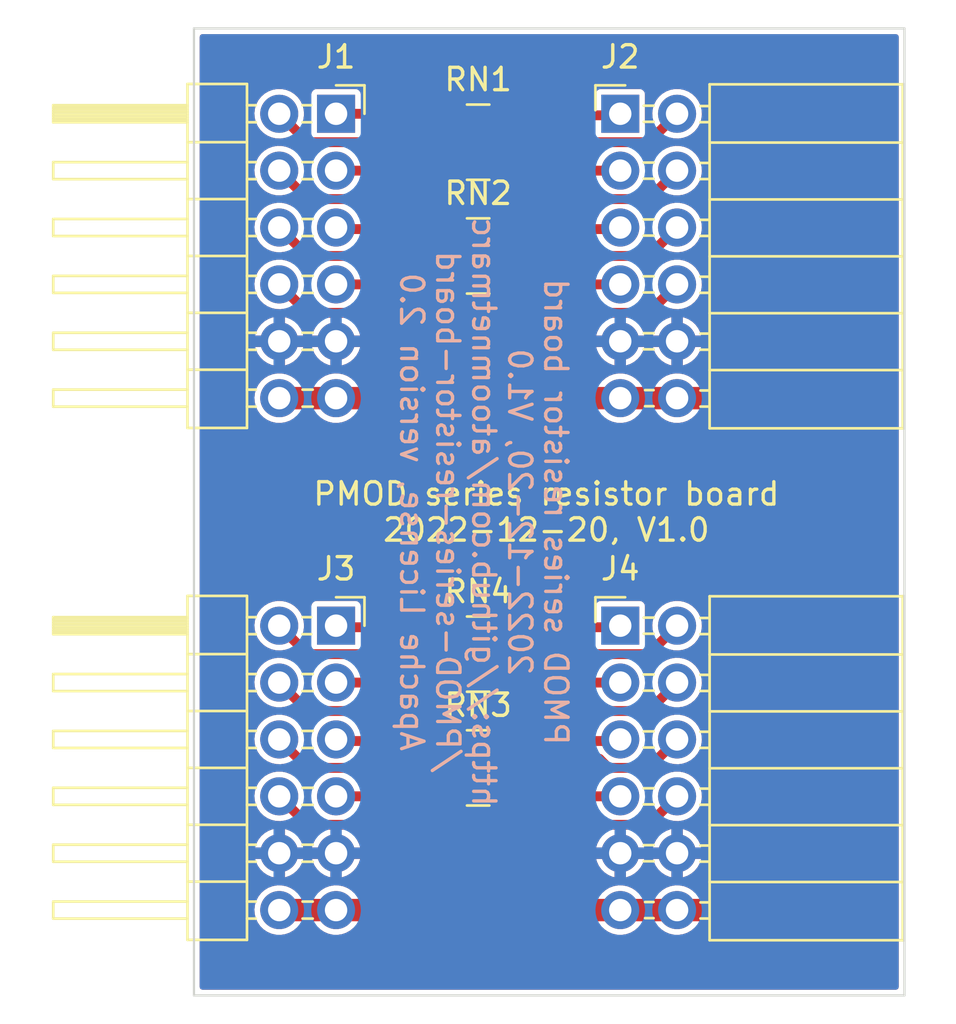
<source format=kicad_pcb>
(kicad_pcb (version 20211014) (generator pcbnew)
  (title_block (title "PMOD series resistor board") (date "2022-12-20") (rev "V1.0") (company "https://github.com/atoomnetmarc/PMOD-series-resistor-board"))
  (layers (0 "F.Cu" signal) (31 "B.Cu" signal) (34 "B.Paste" user) (35 "F.Paste" user) (36 "B.SilkS" user "B.Silkscreen") (37 "F.SilkS" user "F.Silkscreen") (38 "B.Mask" user) (39 "F.Mask" user) (44 "Edge.Cuts" user))
  (net 0 "")
  (net 1 "GND")
  (net 2 "VCC")
  (net 3 "Net-(J2-Pad1)")
  (net 4 "Net-(J1-Pad1)")
  (net 5 "Net-(RN1-Pad3)")
  (net 6 "Net-(J2-Pad2)")
  (net 7 "Net-(RN1-Pad4)")
  (net 8 "Net-(RN1-Pad5)")
  (net 9 "Net-(RN1-Pad2)")
  (net 10 "Net-(RN1-Pad7)")
  (net 11 "Net-(RN2-Pad1)")
  (net 12 "Net-(J2-Pad3)")
  (net 13 "Net-(RN2-Pad2)")
  (net 14 "Net-(J2-Pad9)")
  (net 15 "Net-(RN2-Pad3)")
  (net 16 "Net-(J2-Pad4)")
  (net 17 "Net-(RN2-Pad4)")
  (net 18 "Net-(J2-Pad10)")
  (net 19 "Net-(J3-Pad1)")
  (net 20 "Net-(J3-Pad2)")
  (net 21 "Net-(J3-Pad3)")
  (net 22 "Net-(J3-Pad4)")
  (net 23 "Net-(J3-Pad7)")
  (net 24 "Net-(J3-Pad8)")
  (net 25 "Net-(J3-Pad9)")
  (net 26 "Net-(J3-Pad10)")
  (net 27 "Net-(J4-Pad1)")
  (net 28 "Net-(J4-Pad2)")
  (net 29 "Net-(J4-Pad3)")
  (net 30 "Net-(J4-Pad4)")
  (net 31 "Net-(J4-Pad7)")
  (net 32 "Net-(J4-Pad8)")
  (net 33 "Net-(RN3-Pad7)")
  (net 34 "Net-(RN3-Pad5)")
  (footprint "Connector_PinHeader_2.54mm-extra:PinHeader_2x06_P2.54mm_Horizontal_Top_Bottom" (layer "F.Cu") (at 175.26 109.22)
    (fp_text reference "J1" (at 0 -2.54) (layer "F.SilkS"))
    (fp_text value "Conn_02x06_Top_Bottom")
    (fp_line (start -1.042929 8) (end -1.497071 8) (layer "F.SilkS") (width 0.12))
    (fp_line (start -12.64 5.46) (end -6.64 5.46) (layer "F.SilkS") (width 0.12))
    (fp_line (start -3.582929 7.24) (end -3.98 7.24) (layer "F.SilkS") (width 0.12))
    (fp_line (start -3.98 14.03) (end -6.64 14.03) (layer "F.SilkS") (width 0.12))
    (fp_line (start -3.582929 2.92) (end -3.98 2.92) (layer "F.SilkS") (width 0.12))
    (fp_line (start -12.64 -0.38) (end -12.64 0.38) (layer "F.SilkS") (width 0.12))
    (fp_line (start -3.582929 0.38) (end -3.98 0.38) (layer "F.SilkS") (width 0.12))
    (fp_line (start -3.582929 -0.38) (end -3.98 -0.38) (layer "F.SilkS") (width 0.12))
    (fp_line (start -6.64 7.24) (end -12.64 7.24) (layer "F.SilkS") (width 0.12))
    (fp_line (start -6.64 -0.08) (end -12.64 -0.08) (layer "F.SilkS") (width 0.12))
    (fp_line (start -1.042929 4.7) (end -1.497071 4.7) (layer "F.SilkS") (width 0.12))
    (fp_line (start -6.64 9.78) (end -12.64 9.78) (layer "F.SilkS") (width 0.12))
    (fp_line (start -12.64 10.54) (end -6.64 10.54) (layer "F.SilkS") (width 0.12))
    (fp_line (start -1.042929 9.78) (end -1.497071 9.78) (layer "F.SilkS") (width 0.12))
    (fp_line (start -3.582929 5.46) (end -3.98 5.46) (layer "F.SilkS") (width 0.12))
    (fp_line (start 1.27 0) (end 1.27 -1.27) (layer "F.SilkS") (width 0.12))
    (fp_line (start -1.042929 13.08) (end -1.497071 13.08) (layer "F.SilkS") (width 0.12))
    (fp_line (start -3.98 6.35) (end -6.64 6.35) (layer "F.SilkS") (width 0.12))
    (fp_line (start -6.64 12.32) (end -12.64 12.32) (layer "F.SilkS") (width 0.12))
    (fp_line (start -3.582929 10.54) (end -3.98 10.54) (layer "F.SilkS") (width 0.12))
    (fp_line (start -3.582929 12.32) (end -3.98 12.32) (layer "F.SilkS") (width 0.12))
    (fp_line (start -12.64 0.38) (end -6.64 0.38) (layer "F.SilkS") (width 0.12))
    (fp_line (start -3.98 11.43) (end -6.64 11.43) (layer "F.SilkS") (width 0.12))
    (fp_line (start -3.582929 8) (end -3.98 8) (layer "F.SilkS") (width 0.12))
    (fp_line (start -12.64 8) (end -6.64 8) (layer "F.SilkS") (width 0.12))
    (fp_line (start -1.11 0.38) (end -1.497071 0.38) (layer "F.SilkS") (width 0.12))
    (fp_line (start -1.042929 10.54) (end -1.497071 10.54) (layer "F.SilkS") (width 0.12))
    (fp_line (start -12.64 13.08) (end -6.64 13.08) (layer "F.SilkS") (width 0.12))
    (fp_line (start -3.582929 9.78) (end -3.98 9.78) (layer "F.SilkS") (width 0.12))
    (fp_line (start -6.64 -0.2) (end -12.64 -0.2) (layer "F.SilkS") (width 0.12))
    (fp_line (start -12.64 7.24) (end -12.64 8) (layer "F.SilkS") (width 0.12))
    (fp_line (start -1.042929 12.32) (end -1.497071 12.32) (layer "F.SilkS") (width 0.12))
    (fp_line (start -3.582929 4.7) (end -3.98 4.7) (layer "F.SilkS") (width 0.12))
    (fp_line (start -3.98 -1.33) (end -3.98 14.03) (layer "F.SilkS") (width 0.12))
    (fp_line (start -1.042929 7.24) (end -1.497071 7.24) (layer "F.SilkS") (width 0.12))
    (fp_line (start -12.64 2.92) (end -6.64 2.92) (layer "F.SilkS") (width 0.12))
    (fp_line (start -6.64 0.28) (end -12.64 0.28) (layer "F.SilkS") (width 0.12))
    (fp_line (start -1.042929 2.16) (end -1.497071 2.16) (layer "F.SilkS") (width 0.12))
    (fp_line (start -12.64 4.7) (end -12.64 5.46) (layer "F.SilkS") (width 0.12))
    (fp_line (start -6.64 -0.32) (end -12.64 -0.32) (layer "F.SilkS") (width 0.12))
    (fp_line (start -1.11 -0.38) (end -1.497071 -0.38) (layer "F.SilkS") (width 0.12))
    (fp_line (start -6.64 4.7) (end -12.64 4.7) (layer "F.SilkS") (width 0.12))
    (fp_line (start -6.64 14.03) (end -6.64 -1.33) (layer "F.SilkS") (width 0.12))
    (fp_line (start -3.582929 2.16) (end -3.98 2.16) (layer "F.SilkS") (width 0.12))
    (fp_line (start -3.98 3.81) (end -6.64 3.81) (layer "F.SilkS") (width 0.12))
    (fp_line (start -12.64 9.78) (end -12.64 10.54) (layer "F.SilkS") (width 0.12))
    (fp_line (start -6.64 -1.33) (end -3.98 -1.33) (layer "F.SilkS") (width 0.12))
    (fp_line (start -6.64 0.04) (end -12.64 0.04) (layer "F.SilkS") (width 0.12))
    (fp_line (start -6.64 2.16) (end -12.64 2.16) (layer "F.SilkS") (width 0.12))
    (fp_line (start -1.042929 2.92) (end -1.497071 2.92) (layer "F.SilkS") (width 0.12))
    (fp_line (start -6.64 0.16) (end -12.64 0.16) (layer "F.SilkS") (width 0.12))
    (fp_line (start -12.64 2.16) (end -12.64 2.92) (layer "F.SilkS") (width 0.12))
    (fp_line (start -3.582929 13.08) (end -3.98 13.08) (layer "F.SilkS") (width 0.12))
    (fp_line (start 1.27 -1.27) (end 0 -1.27) (layer "F.SilkS") (width 0.12))
    (fp_line (start -12.64 12.32) (end -12.64 13.08) (layer "F.SilkS") (width 0.12))
    (fp_line (start -3.98 8.89) (end -6.64 8.89) (layer "F.SilkS") (width 0.12))
    (fp_line (start -6.64 -0.38) (end -12.64 -0.38) (layer "F.SilkS") (width 0.12))
    (fp_line (start -3.98 1.27) (end -6.64 1.27) (layer "F.SilkS") (width 0.12))
    (fp_line (start -1.042929 5.46) (end -1.497071 5.46) (layer "F.SilkS") (width 0.12))
    (pad "1" thru_hole rect (at 0 0) (size 1.7 1.7) (drill 1) (layers *.Cu *.Mask) (net 4 "Net-(J1-Pad1)"))
    (pad "2" thru_hole oval (at 0 2.54) (size 1.7 1.7) (drill 1) (layers *.Cu *.Mask) (net 5 "Net-(RN1-Pad3)"))
    (pad "3" thru_hole oval (at 0 5.08) (size 1.7 1.7) (drill 1) (layers *.Cu *.Mask) (net 11 "Net-(RN2-Pad1)"))
    (pad "4" thru_hole oval (at 0 7.62) (size 1.7 1.7) (drill 1) (layers *.Cu *.Mask) (net 15 "Net-(RN2-Pad3)"))
    (pad "5" thru_hole oval (at 0 10.16) (size 1.7 1.7) (drill 1) (layers *.Cu *.Mask) (net 1 "GND"))
    (pad "6" thru_hole oval (at 0 12.7) (size 1.7 1.7) (drill 1) (layers *.Cu *.Mask) (net 2 "VCC"))
    (pad "7" thru_hole oval (at -2.54 0) (size 1.7 1.7) (drill 1) (layers *.Cu *.Mask) (net 9 "Net-(RN1-Pad2)"))
    (pad "8" thru_hole oval (at -2.54 2.54) (size 1.7 1.7) (drill 1) (layers *.Cu *.Mask) (net 7 "Net-(RN1-Pad4)"))
    (pad "9" thru_hole oval (at -2.54 5.08) (size 1.7 1.7) (drill 1) (layers *.Cu *.Mask) (net 13 "Net-(RN2-Pad2)"))
    (pad "10" thru_hole oval (at -2.54 7.62) (size 1.7 1.7) (drill 1) (layers *.Cu *.Mask) (net 17 "Net-(RN2-Pad4)"))
    (pad "11" thru_hole oval (at -2.54 10.16) (size 1.7 1.7) (drill 1) (layers *.Cu *.Mask) (net 1 "GND"))
    (pad "12" thru_hole oval (at -2.54 12.7) (size 1.7 1.7) (drill 1) (layers *.Cu *.Mask) (net 2 "VCC"))
  )
  (footprint "Connector_PinSocket_2.54mm-extra:PinSocket_2x06_P2.54mm_Horizontal_Top_Bottom" (layer "F.Cu") (at 187.96 132.08)
    (fp_text reference "J4" (at 0 -2.54 180) (layer "F.SilkS"))
    (fp_text value "Conn_02x06_Top_Bottom")
    (fp_line (start 12.6238 1.2862) (end 3.9938 1.2862) (layer "F.SilkS") (width 0.12))
    (fp_line (start 1.49 12.34) (end 1.11 12.34) (layer "F.SilkS") (width 0.12))
    (fp_line (start 3.9938 0.3762) (end 3.5838 0.3762) (layer "F.SilkS") (width 0.12))
    (fp_line (start -1.11 -0.16) (end -1.11 -1.27) (layer "F.SilkS") (width 0.12))
    (fp_line (start 1.49 7.26) (end 1.05 7.26) (layer "F.SilkS") (width 0.12))
    (fp_line (start 1.49 4.72) (end 1.05 4.72) (layer "F.SilkS") (width 0.12))
    (fp_line (start 12.6238 -1.3138) (end 3.9938 -1.3138) (layer "F.SilkS") (width 0.12))
    (fp_line (start 1.49 10.52) (end 1.05 10.52) (layer "F.SilkS") (width 0.12))
    (fp_line (start 3.9938 4.7362) (end 3.5838 4.7362) (layer "F.SilkS") (width 0.12))
    (fp_line (start 3.9938 5.4562) (end 3.5838 5.4562) (layer "F.SilkS") (width 0.12))
    (fp_line (start 1.49 2.9) (end 1.05 2.9) (layer "F.SilkS") (width 0.12))
    (fp_line (start 1.49 -0.36) (end 1.05 -0.36) (layer "F.SilkS") (width 0.12))
    (fp_line (start 3.9938 13.0762) (end 3.5838 13.0762) (layer "F.SilkS") (width 0.12))
    (fp_line (start 3.9938 2.1962) (end 3.5838 2.1962) (layer "F.SilkS") (width 0.12))
    (fp_line (start 3.9938 12.3562) (end 3.5838 12.3562) (layer "F.SilkS") (width 0.12))
    (fp_line (start 12.6238 11.4462) (end 3.9938 11.4462) (layer "F.SilkS") (width 0.12))
    (fp_line (start 3.9938 14.0462) (end 3.9938 -1.3138) (layer "F.SilkS") (width 0.12))
    (fp_line (start 1.49 2.18) (end 1.05 2.18) (layer "F.SilkS") (width 0.12))
    (fp_line (start 3.9938 7.9962) (end 3.5838 7.9962) (layer "F.SilkS") (width 0.12))
    (fp_line (start 1.49 7.98) (end 1.05 7.98) (layer "F.SilkS") (width 0.12))
    (fp_line (start 3.9938 9.8162) (end 3.5838 9.8162) (layer "F.SilkS") (width 0.12))
    (fp_line (start 1.49 13.06) (end 1.11 13.06) (layer "F.SilkS") (width 0.12))
    (fp_line (start 1.49 5.44) (end 1.05 5.44) (layer "F.SilkS") (width 0.12))
    (fp_line (start 12.6238 14.0462) (end 3.9938 14.0462) (layer "F.SilkS") (width 0.12))
    (fp_line (start 12.6238 14.0462) (end 12.6238 -1.3138) (layer "F.SilkS") (width 0.12))
    (fp_line (start 12.6238 3.8262) (end 3.9938 3.8262) (layer "F.SilkS") (width 0.12))
    (fp_line (start 1.49 0.36) (end 1.05 0.36) (layer "F.SilkS") (width 0.12))
    (fp_line (start 3.9938 -0.3438) (end 3.5838 -0.3438) (layer "F.SilkS") (width 0.12))
    (fp_line (start 3.9938 2.9162) (end 3.5838 2.9162) (layer "F.SilkS") (width 0.12))
    (fp_line (start 12.6238 6.3662) (end 3.9938 6.3662) (layer "F.SilkS") (width 0.12))
    (fp_line (start 3.9938 10.5362) (end 3.5838 10.5362) (layer "F.SilkS") (width 0.12))
    (fp_line (start 1.49 9.8) (end 1.05 9.8) (layer "F.SilkS") (width 0.12))
    (fp_line (start -1.11 -1.27) (end 0.22 -1.27) (layer "F.SilkS") (width 0.12))
    (fp_line (start 3.9938 7.2762) (end 3.5838 7.2762) (layer "F.SilkS") (width 0.12))
    (fp_line (start 12.6238 8.9062) (end 3.9938 8.9062) (layer "F.SilkS") (width 0.12))
    (pad "1" thru_hole rect (at 0 0 180) (size 1.7 1.7) (drill 1) (layers *.Cu *.Mask) (net 27 "Net-(J4-Pad1)"))
    (pad "2" thru_hole oval (at 0 2.54 180) (size 1.7 1.7) (drill 1) (layers *.Cu *.Mask) (net 28 "Net-(J4-Pad2)"))
    (pad "3" thru_hole oval (at 0 5.08 180) (size 1.7 1.7) (drill 1) (layers *.Cu *.Mask) (net 29 "Net-(J4-Pad3)"))
    (pad "4" thru_hole oval (at 0 7.62 180) (size 1.7 1.7) (drill 1) (layers *.Cu *.Mask) (net 30 "Net-(J4-Pad4)"))
    (pad "5" thru_hole oval (at 0 10.16 180) (size 1.7 1.7) (drill 1) (layers *.Cu *.Mask) (net 1 "GND"))
    (pad "6" thru_hole oval (at 0 12.7 180) (size 1.7 1.7) (drill 1) (layers *.Cu *.Mask) (net 2 "VCC"))
    (pad "7" thru_hole oval (at 2.54 0 180) (size 1.7 1.7) (drill 1) (layers *.Cu *.Mask) (net 31 "Net-(J4-Pad7)"))
    (pad "8" thru_hole oval (at 2.54 2.54 180) (size 1.7 1.7) (drill 1) (layers *.Cu *.Mask) (net 32 "Net-(J4-Pad8)"))
    (pad "9" thru_hole oval (at 2.54 5.08 180) (size 1.7 1.7) (drill 1) (layers *.Cu *.Mask) (net 33 "Net-(RN3-Pad7)"))
    (pad "10" thru_hole oval (at 2.54 7.62 180) (size 1.7 1.7) (drill 1) (layers *.Cu *.Mask) (net 34 "Net-(RN3-Pad5)"))
    (pad "11" thru_hole oval (at 2.54 10.16 180) (size 1.7 1.7) (drill 1) (layers *.Cu *.Mask) (net 1 "GND"))
    (pad "12" thru_hole oval (at 2.54 12.7 180) (size 1.7 1.7) (drill 1) (layers *.Cu *.Mask) (net 2 "VCC"))
  )
  (footprint "Resistor_SMD:R_Array_Convex_4x0603" (layer "F.Cu") (at 181.61 133.35)
    (fp_text reference "RN4" (at 0 -2.8) (layer "F.SilkS"))
    (fp_text value "200R")
    (fp_line (start 0.5 -1.68) (end -0.5 -1.68) (layer "F.SilkS") (width 0.12))
    (fp_line (start 0.5 1.68) (end -0.5 1.68) (layer "F.SilkS") (width 0.12))
    (pad "1" smd rect (at -0.9 -1.2) (size 0.8 0.5) (layers "F.Cu" "F.Paste" "F.Mask") (net 19 "Net-(J3-Pad1)"))
    (pad "2" smd rect (at -0.9 -0.4) (size 0.8 0.4) (layers "F.Cu" "F.Paste" "F.Mask") (net 23 "Net-(J3-Pad7)"))
    (pad "3" smd rect (at -0.9 0.4) (size 0.8 0.4) (layers "F.Cu" "F.Paste" "F.Mask") (net 20 "Net-(J3-Pad2)"))
    (pad "4" smd rect (at -0.9 1.2) (size 0.8 0.5) (layers "F.Cu" "F.Paste" "F.Mask") (net 24 "Net-(J3-Pad8)"))
    (pad "5" smd rect (at 0.9 1.2) (size 0.8 0.5) (layers "F.Cu" "F.Paste" "F.Mask") (net 32 "Net-(J4-Pad8)"))
    (pad "6" smd rect (at 0.9 0.4) (size 0.8 0.4) (layers "F.Cu" "F.Paste" "F.Mask") (net 28 "Net-(J4-Pad2)"))
    (pad "7" smd rect (at 0.9 -0.4) (size 0.8 0.4) (layers "F.Cu" "F.Paste" "F.Mask") (net 31 "Net-(J4-Pad7)"))
    (pad "8" smd rect (at 0.9 -1.2) (size 0.8 0.5) (layers "F.Cu" "F.Paste" "F.Mask") (net 27 "Net-(J4-Pad1)"))
  )
  (footprint "Resistor_SMD:R_Array_Convex_4x0603" (layer "F.Cu") (at 181.61 115.57)
    (fp_text reference "RN2" (at 0 -2.8) (layer "F.SilkS"))
    (fp_text value "200R")
    (fp_line (start 0.5 -1.68) (end -0.5 -1.68) (layer "F.SilkS") (width 0.12))
    (fp_line (start 0.5 1.68) (end -0.5 1.68) (layer "F.SilkS") (width 0.12))
    (pad "1" smd rect (at -0.9 -1.2) (size 0.8 0.5) (layers "F.Cu" "F.Paste" "F.Mask") (net 11 "Net-(RN2-Pad1)"))
    (pad "2" smd rect (at -0.9 -0.4) (size 0.8 0.4) (layers "F.Cu" "F.Paste" "F.Mask") (net 13 "Net-(RN2-Pad2)"))
    (pad "3" smd rect (at -0.9 0.4) (size 0.8 0.4) (layers "F.Cu" "F.Paste" "F.Mask") (net 15 "Net-(RN2-Pad3)"))
    (pad "4" smd rect (at -0.9 1.2) (size 0.8 0.5) (layers "F.Cu" "F.Paste" "F.Mask") (net 17 "Net-(RN2-Pad4)"))
    (pad "5" smd rect (at 0.9 1.2) (size 0.8 0.5) (layers "F.Cu" "F.Paste" "F.Mask") (net 18 "Net-(J2-Pad10)"))
    (pad "6" smd rect (at 0.9 0.4) (size 0.8 0.4) (layers "F.Cu" "F.Paste" "F.Mask") (net 16 "Net-(J2-Pad4)"))
    (pad "7" smd rect (at 0.9 -0.4) (size 0.8 0.4) (layers "F.Cu" "F.Paste" "F.Mask") (net 14 "Net-(J2-Pad9)"))
    (pad "8" smd rect (at 0.9 -1.2) (size 0.8 0.5) (layers "F.Cu" "F.Paste" "F.Mask") (net 12 "Net-(J2-Pad3)"))
  )
  (footprint "Connector_PinSocket_2.54mm-extra:PinSocket_2x06_P2.54mm_Horizontal_Top_Bottom" (layer "F.Cu") (at 187.96 109.22)
    (fp_text reference "J2" (at 0 -2.54) (layer "F.SilkS"))
    (fp_text value "Conn_02x06_Top_Bottom")
    (fp_line (start 3.9938 2.9162) (end 3.5838 2.9162) (layer "F.SilkS") (width 0.12))
    (fp_line (start 1.49 7.26) (end 1.05 7.26) (layer "F.SilkS") (width 0.12))
    (fp_line (start 1.49 2.9) (end 1.05 2.9) (layer "F.SilkS") (width 0.12))
    (fp_line (start 12.6238 3.8262) (end 3.9938 3.8262) (layer "F.SilkS") (width 0.12))
    (fp_line (start 12.6238 14.0462) (end 12.6238 -1.3138) (layer "F.SilkS") (width 0.12))
    (fp_line (start 12.6238 8.9062) (end 3.9938 8.9062) (layer "F.SilkS") (width 0.12))
    (fp_line (start 3.9938 2.1962) (end 3.5838 2.1962) (layer "F.SilkS") (width 0.12))
    (fp_line (start 1.49 13.06) (end 1.11 13.06) (layer "F.SilkS") (width 0.12))
    (fp_line (start 1.49 12.34) (end 1.11 12.34) (layer "F.SilkS") (width 0.12))
    (fp_line (start 3.9938 5.4562) (end 3.5838 5.4562) (layer "F.SilkS") (width 0.12))
    (fp_line (start 12.6238 11.4462) (end 3.9938 11.4462) (layer "F.SilkS") (width 0.12))
    (fp_line (start 1.49 -0.36) (end 1.05 -0.36) (layer "F.SilkS") (width 0.12))
    (fp_line (start 3.9938 0.3762) (end 3.5838 0.3762) (layer "F.SilkS") (width 0.12))
    (fp_line (start 3.9938 10.5362) (end 3.5838 10.5362) (layer "F.SilkS") (width 0.12))
    (fp_line (start 3.9938 9.8162) (end 3.5838 9.8162) (layer "F.SilkS") (width 0.12))
    (fp_line (start 1.49 0.36) (end 1.05 0.36) (layer "F.SilkS") (width 0.12))
    (fp_line (start 1.49 2.18) (end 1.05 2.18) (layer "F.SilkS") (width 0.12))
    (fp_line (start 1.49 5.44) (end 1.05 5.44) (layer "F.SilkS") (width 0.12))
    (fp_line (start 12.6238 6.3662) (end 3.9938 6.3662) (layer "F.SilkS") (width 0.12))
    (fp_line (start 3.9938 12.3562) (end 3.5838 12.3562) (layer "F.SilkS") (width 0.12))
    (fp_line (start -1.11 -0.16) (end -1.11 -1.27) (layer "F.SilkS") (width 0.12))
    (fp_line (start 3.9938 7.9962) (end 3.5838 7.9962) (layer "F.SilkS") (width 0.12))
    (fp_line (start 3.9938 4.7362) (end 3.5838 4.7362) (layer "F.SilkS") (width 0.12))
    (fp_line (start 3.9938 13.0762) (end 3.5838 13.0762) (layer "F.SilkS") (width 0.12))
    (fp_line (start 1.49 7.98) (end 1.05 7.98) (layer "F.SilkS") (width 0.12))
    (fp_line (start 1.49 10.52) (end 1.05 10.52) (layer "F.SilkS") (width 0.12))
    (fp_line (start 3.9938 14.0462) (end 3.9938 -1.3138) (layer "F.SilkS") (width 0.12))
    (fp_line (start 3.9938 -0.3438) (end 3.5838 -0.3438) (layer "F.SilkS") (width 0.12))
    (fp_line (start 1.49 4.72) (end 1.05 4.72) (layer "F.SilkS") (width 0.12))
    (fp_line (start 1.49 9.8) (end 1.05 9.8) (layer "F.SilkS") (width 0.12))
    (fp_line (start -1.11 -1.27) (end 0.22 -1.27) (layer "F.SilkS") (width 0.12))
    (fp_line (start 3.9938 7.2762) (end 3.5838 7.2762) (layer "F.SilkS") (width 0.12))
    (fp_line (start 12.6238 14.0462) (end 3.9938 14.0462) (layer "F.SilkS") (width 0.12))
    (fp_line (start 12.6238 1.2862) (end 3.9938 1.2862) (layer "F.SilkS") (width 0.12))
    (fp_line (start 12.6238 -1.3138) (end 3.9938 -1.3138) (layer "F.SilkS") (width 0.12))
    (pad "1" thru_hole rect (at 0 0 180) (size 1.7 1.7) (drill 1) (layers *.Cu *.Mask) (net 3 "Net-(J2-Pad1)"))
    (pad "2" thru_hole oval (at 0 2.54 180) (size 1.7 1.7) (drill 1) (layers *.Cu *.Mask) (net 6 "Net-(J2-Pad2)"))
    (pad "3" thru_hole oval (at 0 5.08 180) (size 1.7 1.7) (drill 1) (layers *.Cu *.Mask) (net 12 "Net-(J2-Pad3)"))
    (pad "4" thru_hole oval (at 0 7.62 180) (size 1.7 1.7) (drill 1) (layers *.Cu *.Mask) (net 16 "Net-(J2-Pad4)"))
    (pad "5" thru_hole oval (at 0 10.16 180) (size 1.7 1.7) (drill 1) (layers *.Cu *.Mask) (net 1 "GND"))
    (pad "6" thru_hole oval (at 0 12.7 180) (size 1.7 1.7) (drill 1) (layers *.Cu *.Mask) (net 2 "VCC"))
    (pad "7" thru_hole oval (at 2.54 0 180) (size 1.7 1.7) (drill 1) (layers *.Cu *.Mask) (net 10 "Net-(RN1-Pad7)"))
    (pad "8" thru_hole oval (at 2.54 2.54 180) (size 1.7 1.7) (drill 1) (layers *.Cu *.Mask) (net 8 "Net-(RN1-Pad5)"))
    (pad "9" thru_hole oval (at 2.54 5.08 180) (size 1.7 1.7) (drill 1) (layers *.Cu *.Mask) (net 14 "Net-(J2-Pad9)"))
    (pad "10" thru_hole oval (at 2.54 7.62 180) (size 1.7 1.7) (drill 1) (layers *.Cu *.Mask) (net 18 "Net-(J2-Pad10)"))
    (pad "11" thru_hole oval (at 2.54 10.16 180) (size 1.7 1.7) (drill 1) (layers *.Cu *.Mask) (net 1 "GND"))
    (pad "12" thru_hole oval (at 2.54 12.7 180) (size 1.7 1.7) (drill 1) (layers *.Cu *.Mask) (net 2 "VCC"))
  )
  (footprint "Resistor_SMD:R_Array_Convex_4x0603" (layer "F.Cu") (at 181.61 138.43)
    (fp_text reference "RN3" (at 0 -2.8) (layer "F.SilkS"))
    (fp_text value "200R")
    (fp_line (start 0.5 1.68) (end -0.5 1.68) (layer "F.SilkS") (width 0.12))
    (fp_line (start 0.5 -1.68) (end -0.5 -1.68) (layer "F.SilkS") (width 0.12))
    (pad "1" smd rect (at -0.9 -1.2) (size 0.8 0.5) (layers "F.Cu" "F.Paste" "F.Mask") (net 21 "Net-(J3-Pad3)"))
    (pad "2" smd rect (at -0.9 -0.4) (size 0.8 0.4) (layers "F.Cu" "F.Paste" "F.Mask") (net 25 "Net-(J3-Pad9)"))
    (pad "3" smd rect (at -0.9 0.4) (size 0.8 0.4) (layers "F.Cu" "F.Paste" "F.Mask") (net 22 "Net-(J3-Pad4)"))
    (pad "4" smd rect (at -0.9 1.2) (size 0.8 0.5) (layers "F.Cu" "F.Paste" "F.Mask") (net 26 "Net-(J3-Pad10)"))
    (pad "5" smd rect (at 0.9 1.2) (size 0.8 0.5) (layers "F.Cu" "F.Paste" "F.Mask") (net 34 "Net-(RN3-Pad5)"))
    (pad "6" smd rect (at 0.9 0.4) (size 0.8 0.4) (layers "F.Cu" "F.Paste" "F.Mask") (net 30 "Net-(J4-Pad4)"))
    (pad "7" smd rect (at 0.9 -0.4) (size 0.8 0.4) (layers "F.Cu" "F.Paste" "F.Mask") (net 33 "Net-(RN3-Pad7)"))
    (pad "8" smd rect (at 0.9 -1.2) (size 0.8 0.5) (layers "F.Cu" "F.Paste" "F.Mask") (net 29 "Net-(J4-Pad3)"))
  )
  (footprint "Resistor_SMD:R_Array_Convex_4x0603" (layer "F.Cu") (at 181.61 110.49)
    (fp_text reference "RN1" (at 0 -2.8) (layer "F.SilkS"))
    (fp_text value "200R")
    (fp_line (start 0.5 -1.68) (end -0.5 -1.68) (layer "F.SilkS") (width 0.12))
    (fp_line (start 0.5 1.68) (end -0.5 1.68) (layer "F.SilkS") (width 0.12))
    (pad "1" smd rect (at -0.9 -1.2) (size 0.8 0.5) (layers "F.Cu" "F.Paste" "F.Mask") (net 4 "Net-(J1-Pad1)"))
    (pad "2" smd rect (at -0.9 -0.4) (size 0.8 0.4) (layers "F.Cu" "F.Paste" "F.Mask") (net 9 "Net-(RN1-Pad2)"))
    (pad "3" smd rect (at -0.9 0.4) (size 0.8 0.4) (layers "F.Cu" "F.Paste" "F.Mask") (net 5 "Net-(RN1-Pad3)"))
    (pad "4" smd rect (at -0.9 1.2) (size 0.8 0.5) (layers "F.Cu" "F.Paste" "F.Mask") (net 7 "Net-(RN1-Pad4)"))
    (pad "5" smd rect (at 0.9 1.2) (size 0.8 0.5) (layers "F.Cu" "F.Paste" "F.Mask") (net 8 "Net-(RN1-Pad5)"))
    (pad "6" smd rect (at 0.9 0.4) (size 0.8 0.4) (layers "F.Cu" "F.Paste" "F.Mask") (net 6 "Net-(J2-Pad2)"))
    (pad "7" smd rect (at 0.9 -0.4) (size 0.8 0.4) (layers "F.Cu" "F.Paste" "F.Mask") (net 10 "Net-(RN1-Pad7)"))
    (pad "8" smd rect (at 0.9 -1.2) (size 0.8 0.5) (layers "F.Cu" "F.Paste" "F.Mask") (net 3 "Net-(J2-Pad1)"))
  )
  (footprint "Connector_PinHeader_2.54mm-extra:PinHeader_2x06_P2.54mm_Horizontal_Top_Bottom" (layer "F.Cu") (at 175.26 132.08)
    (fp_text reference "J3" (at 0 -2.54) (layer "F.SilkS"))
    (fp_text value "Conn_02x06_Top_Bottom")
    (fp_line (start -12.64 2.92) (end -6.64 2.92) (layer "F.SilkS") (width 0.12))
    (fp_line (start -12.64 10.54) (end -6.64 10.54) (layer "F.SilkS") (width 0.12))
    (fp_line (start -6.64 12.32) (end -12.64 12.32) (layer "F.SilkS") (width 0.12))
    (fp_line (start -12.64 -0.38) (end -12.64 0.38) (layer "F.SilkS") (width 0.12))
    (fp_line (start -3.98 -1.33) (end -3.98 14.03) (layer "F.SilkS") (width 0.12))
    (fp_line (start -3.98 3.81) (end -6.64 3.81) (layer "F.SilkS") (width 0.12))
    (fp_line (start -1.042929 5.46) (end -1.497071 5.46) (layer "F.SilkS") (width 0.12))
    (fp_line (start -3.582929 2.16) (end -3.98 2.16) (layer "F.SilkS") (width 0.12))
    (fp_line (start -12.64 4.7) (end -12.64 5.46) (layer "F.SilkS") (width 0.12))
    (fp_line (start -6.64 -0.2) (end -12.64 -0.2) (layer "F.SilkS") (width 0.12))
    (fp_line (start -3.582929 5.46) (end -3.98 5.46) (layer "F.SilkS") (width 0.12))
    (fp_line (start -3.582929 4.7) (end -3.98 4.7) (layer "F.SilkS") (width 0.12))
    (fp_line (start -1.042929 10.54) (end -1.497071 10.54) (layer "F.SilkS") (width 0.12))
    (fp_line (start -12.64 5.46) (end -6.64 5.46) (layer "F.SilkS") (width 0.12))
    (fp_line (start -12.64 2.16) (end -12.64 2.92) (layer "F.SilkS") (width 0.12))
    (fp_line (start 1.27 -1.27) (end 0 -1.27) (layer "F.SilkS") (width 0.12))
    (fp_line (start -3.582929 10.54) (end -3.98 10.54) (layer "F.SilkS") (width 0.12))
    (fp_line (start -1.11 -0.38) (end -1.497071 -0.38) (layer "F.SilkS") (width 0.12))
    (fp_line (start -1.11 0.38) (end -1.497071 0.38) (layer "F.SilkS") (width 0.12))
    (fp_line (start -1.042929 8) (end -1.497071 8) (layer "F.SilkS") (width 0.12))
    (fp_line (start -6.64 -0.32) (end -12.64 -0.32) (layer "F.SilkS") (width 0.12))
    (fp_line (start -3.98 8.89) (end -6.64 8.89) (layer "F.SilkS") (width 0.12))
    (fp_line (start -6.64 9.78) (end -12.64 9.78) (layer "F.SilkS") (width 0.12))
    (fp_line (start -6.64 -1.33) (end -3.98 -1.33) (layer "F.SilkS") (width 0.12))
    (fp_line (start -1.042929 13.08) (end -1.497071 13.08) (layer "F.SilkS") (width 0.12))
    (fp_line (start -1.042929 4.7) (end -1.497071 4.7) (layer "F.SilkS") (width 0.12))
    (fp_line (start -6.64 2.16) (end -12.64 2.16) (layer "F.SilkS") (width 0.12))
    (fp_line (start 1.27 0) (end 1.27 -1.27) (layer "F.SilkS") (width 0.12))
    (fp_line (start -12.64 7.24) (end -12.64 8) (layer "F.SilkS") (width 0.12))
    (fp_line (start -6.64 7.24) (end -12.64 7.24) (layer "F.SilkS") (width 0.12))
    (fp_line (start -6.64 0.28) (end -12.64 0.28) (layer "F.SilkS") (width 0.12))
    (fp_line (start -3.582929 7.24) (end -3.98 7.24) (layer "F.SilkS") (width 0.12))
    (fp_line (start -6.64 0.04) (end -12.64 0.04) (layer "F.SilkS") (width 0.12))
    (fp_line (start -6.64 -0.38) (end -12.64 -0.38) (layer "F.SilkS") (width 0.12))
    (fp_line (start -3.98 14.03) (end -6.64 14.03) (layer "F.SilkS") (width 0.12))
    (fp_line (start -3.582929 8) (end -3.98 8) (layer "F.SilkS") (width 0.12))
    (fp_line (start -12.64 12.32) (end -12.64 13.08) (layer "F.SilkS") (width 0.12))
    (fp_line (start -3.582929 0.38) (end -3.98 0.38) (layer "F.SilkS") (width 0.12))
    (fp_line (start -3.582929 13.08) (end -3.98 13.08) (layer "F.SilkS") (width 0.12))
    (fp_line (start -12.64 8) (end -6.64 8) (layer "F.SilkS") (width 0.12))
    (fp_line (start -12.64 13.08) (end -6.64 13.08) (layer "F.SilkS") (width 0.12))
    (fp_line (start -1.042929 2.92) (end -1.497071 2.92) (layer "F.SilkS") (width 0.12))
    (fp_line (start -3.98 6.35) (end -6.64 6.35) (layer "F.SilkS") (width 0.12))
    (fp_line (start -3.582929 -0.38) (end -3.98 -0.38) (layer "F.SilkS") (width 0.12))
    (fp_line (start -3.98 11.43) (end -6.64 11.43) (layer "F.SilkS") (width 0.12))
    (fp_line (start -6.64 14.03) (end -6.64 -1.33) (layer "F.SilkS") (width 0.12))
    (fp_line (start -3.582929 9.78) (end -3.98 9.78) (layer "F.SilkS") (width 0.12))
    (fp_line (start -1.042929 12.32) (end -1.497071 12.32) (layer "F.SilkS") (width 0.12))
    (fp_line (start -3.582929 2.92) (end -3.98 2.92) (layer "F.SilkS") (width 0.12))
    (fp_line (start -12.64 9.78) (end -12.64 10.54) (layer "F.SilkS") (width 0.12))
    (fp_line (start -12.64 0.38) (end -6.64 0.38) (layer "F.SilkS") (width 0.12))
    (fp_line (start -1.042929 9.78) (end -1.497071 9.78) (layer "F.SilkS") (width 0.12))
    (fp_line (start -6.64 4.7) (end -12.64 4.7) (layer "F.SilkS") (width 0.12))
    (fp_line (start -3.98 1.27) (end -6.64 1.27) (layer "F.SilkS") (width 0.12))
    (fp_line (start -6.64 0.16) (end -12.64 0.16) (layer "F.SilkS") (width 0.12))
    (fp_line (start -6.64 -0.08) (end -12.64 -0.08) (layer "F.SilkS") (width 0.12))
    (fp_line (start -1.042929 2.16) (end -1.497071 2.16) (layer "F.SilkS") (width 0.12))
    (fp_line (start -3.582929 12.32) (end -3.98 12.32) (layer "F.SilkS") (width 0.12))
    (fp_line (start -1.042929 7.24) (end -1.497071 7.24) (layer "F.SilkS") (width 0.12))
    (pad "1" thru_hole rect (at 0 0) (size 1.7 1.7) (drill 1) (layers *.Cu *.Mask) (net 19 "Net-(J3-Pad1)"))
    (pad "2" thru_hole oval (at 0 2.54) (size 1.7 1.7) (drill 1) (layers *.Cu *.Mask) (net 20 "Net-(J3-Pad2)"))
    (pad "3" thru_hole oval (at 0 5.08) (size 1.7 1.7) (drill 1) (layers *.Cu *.Mask) (net 21 "Net-(J3-Pad3)"))
    (pad "4" thru_hole oval (at 0 7.62) (size 1.7 1.7) (drill 1) (layers *.Cu *.Mask) (net 22 "Net-(J3-Pad4)"))
    (pad "5" thru_hole oval (at 0 10.16) (size 1.7 1.7) (drill 1) (layers *.Cu *.Mask) (net 1 "GND"))
    (pad "6" thru_hole oval (at 0 12.7) (size 1.7 1.7) (drill 1) (layers *.Cu *.Mask) (net 2 "VCC"))
    (pad "7" thru_hole oval (at -2.54 0) (size 1.7 1.7) (drill 1) (layers *.Cu *.Mask) (net 23 "Net-(J3-Pad7)"))
    (pad "8" thru_hole oval (at -2.54 2.54) (size 1.7 1.7) (drill 1) (layers *.Cu *.Mask) (net 24 "Net-(J3-Pad8)"))
    (pad "9" thru_hole oval (at -2.54 5.08) (size 1.7 1.7) (drill 1) (layers *.Cu *.Mask) (net 25 "Net-(J3-Pad9)"))
    (pad "10" thru_hole oval (at -2.54 7.62) (size 1.7 1.7) (drill 1) (layers *.Cu *.Mask) (net 26 "Net-(J3-Pad10)"))
    (pad "11" thru_hole oval (at -2.54 10.16) (size 1.7 1.7) (drill 1) (layers *.Cu *.Mask) (net 1 "GND"))
    (pad "12" thru_hole oval (at -2.54 12.7) (size 1.7 1.7) (drill 1) (layers *.Cu *.Mask) (net 2 "VCC"))
  )
  (gr_line (start 168.91 148.59) (end 200.66 148.59) (layer "Edge.Cuts") (width 0.1))
  (gr_line (start 200.66 148.59) (end 200.66 105.41) (layer "Edge.Cuts") (width 0.1))
  (gr_line (start 168.91 105.41) (end 168.91 148.59) (layer "Edge.Cuts") (width 0.1))
  (gr_line (start 200.66 105.41) (end 168.91 105.41) (layer "Edge.Cuts") (width 0.1))
  (gr_text "PMOD series resistor board\n2022-12-20, V1.0\nhttps://github.com/atoomnetmarc\n/PMOD-series-resistor-board\nApache License, version 2.0" (at 181.864 127 -90) (layer "B.SilkS") (effects (font (size 1 1)) (justify mirror)))
  (gr_text "PMOD series resistor board\n2022-12-20, V1.0" (at 184.658 127) (layer "F.SilkS") (effects (font (size 1 1))))
  (segment (start 195.58 143.51) (end 195.58 123.19) (width 1) (layer "F.Cu") (net 2))
  (segment (start 194.31 144.78) (end 195.58 143.51) (width 1) (layer "F.Cu") (net 2))
  (segment (start 194.31 121.92) (end 190.5 121.92) (width 1) (layer "F.Cu") (net 2))
  (segment (start 175.26 121.92) (end 187.96 121.92) (width 1) (layer "F.Cu") (net 2))
  (segment (start 190.5 121.92) (end 187.96 121.92) (width 1) (layer "F.Cu") (net 2))
  (segment (start 195.58 123.19) (end 194.31 121.92) (width 1) (layer "F.Cu") (net 2))
  (segment (start 172.72 121.92) (end 175.26 121.92) (width 1) (layer "F.Cu") (net 2))
  (segment (start 172.72 144.78) (end 175.26 144.78) (width 1) (layer "F.Cu") (net 2))
  (segment (start 190.5 144.78) (end 194.31 144.78) (width 1) (layer "F.Cu") (net 2))
  (segment (start 175.26 144.78) (end 187.96 144.78) (width 1) (layer "F.Cu") (net 2))
  (segment (start 190.5 144.78) (end 187.96 144.78) (width 1) (layer "F.Cu") (net 2))
  (segment (start 182.51 109.29) (end 187.89 109.29) (width 0.44) (layer "F.Cu") (net 3))
  (segment (start 187.89 109.29) (end 187.96 109.22) (width 0.44) (layer "F.Cu") (net 3))
  (segment (start 175.26 109.22) (end 180.64 109.22) (width 0.44) (layer "F.Cu") (net 4))
  (segment (start 180.64 109.22) (end 180.71 109.29) (width 0.44) (layer "F.Cu") (net 4))
  (segment (start 180.71 110.89) (end 179.18561 110.89) (width 0.44) (layer "F.Cu") (net 5))
  (segment (start 178.31561 111.76) (end 175.26 111.76) (width 0.44) (layer "F.Cu") (net 5))
  (segment (start 179.18561 110.89) (end 178.31561 111.76) (width 0.44) (layer "F.Cu") (net 5))
  (segment (start 184.26814 110.89) (end 185.13814 111.76) (width 0.44) (layer "F.Cu") (net 6))
  (segment (start 185.13814 111.76) (end 187.96 111.76) (width 0.44) (layer "F.Cu") (net 6))
  (segment (start 182.51 110.89) (end 184.26814 110.89) (width 0.44) (layer "F.Cu") (net 6))
  (segment (start 177.95 113.03) (end 173.99 113.03) (width 0.44) (layer "F.Cu") (net 7))
  (segment (start 179.29 111.69) (end 177.95 113.03) (width 0.44) (layer "F.Cu") (net 7))
  (segment (start 173.99 113.03) (end 172.72 111.76) (width 0.44) (layer "F.Cu") (net 7))
  (segment (start 180.71 111.69) (end 179.29 111.69) (width 0.44) (layer "F.Cu") (net 7))
  (segment (start 189.23 113.03) (end 190.5 111.76) (width 0.44) (layer "F.Cu") (net 8))
  (segment (start 185.50375 113.03) (end 189.23 113.03) (width 0.44) (layer "F.Cu") (net 8))
  (segment (start 182.51 111.69) (end 184.16375 111.69) (width 0.44) (layer "F.Cu") (net 8))
  (segment (start 184.16375 111.69) (end 185.50375 113.03) (width 0.44) (layer "F.Cu") (net 8))
  (segment (start 172.72 109.22) (end 173.99 110.49) (width 0.44) (layer "F.Cu") (net 9))
  (segment (start 179.07 110.09) (end 180.71 110.09) (width 0.44) (layer "F.Cu") (net 9))
  (segment (start 173.99 110.49) (end 178.67 110.49) (width 0.44) (layer "F.Cu") (net 9))
  (segment (start 178.67 110.49) (end 179.07 110.09) (width 0.44) (layer "F.Cu") (net 9))
  (segment (start 184.385 110.09) (end 184.785 110.49) (width 0.44) (layer "F.Cu") (net 10))
  (segment (start 189.23 110.49) (end 190.5 109.22) (width 0.44) (layer "F.Cu") (net 10))
  (segment (start 182.51 110.09) (end 184.385 110.09) (width 0.44) (layer "F.Cu") (net 10))
  (segment (start 184.785 110.49) (end 189.23 110.49) (width 0.44) (layer "F.Cu") (net 10))
  (segment (start 180.71 114.37) (end 175.33 114.37) (width 0.44) (layer "F.Cu") (net 11))
  (segment (start 175.33 114.37) (end 175.26 114.3) (width 0.44) (layer "F.Cu") (net 11))
  (segment (start 187.89 114.37) (end 187.96 114.3) (width 0.44) (layer "F.Cu") (net 12))
  (segment (start 182.51 114.37) (end 187.89 114.37) (width 0.44) (layer "F.Cu") (net 12))
  (segment (start 178.835 115.17) (end 178.435 115.57) (width 0.44) (layer "F.Cu") (net 13))
  (segment (start 173.99 115.57) (end 172.72 114.3) (width 0.44) (layer "F.Cu") (net 13))
  (segment (start 180.71 115.17) (end 178.835 115.17) (width 0.44) (layer "F.Cu") (net 13))
  (segment (start 178.435 115.57) (end 173.99 115.57) (width 0.44) (layer "F.Cu") (net 13))
  (segment (start 182.51 115.17) (end 184.288781 115.17) (width 0.44) (layer "F.Cu") (net 14))
  (segment (start 184.688781 115.57) (end 189.23 115.57) (width 0.44) (layer "F.Cu") (net 14))
  (segment (start 189.23 115.57) (end 190.5 114.3) (width 0.44) (layer "F.Cu") (net 14))
  (segment (start 184.288781 115.17) (end 184.688781 115.57) (width 0.44) (layer "F.Cu") (net 14))
  (segment (start 178.069391 116.84) (end 175.26 116.84) (width 0.44) (layer "F.Cu") (net 15))
  (segment (start 180.71 115.97) (end 178.939391 115.97) (width 0.44) (layer "F.Cu") (net 15))
  (segment (start 178.939391 115.97) (end 178.069391 116.84) (width 0.44) (layer "F.Cu") (net 15))
  (segment (start 184.18439 115.97) (end 185.05439 116.84) (width 0.44) (layer "F.Cu") (net 16))
  (segment (start 182.51 115.97) (end 184.18439 115.97) (width 0.44) (layer "F.Cu") (net 16))
  (segment (start 185.05439 116.84) (end 187.96 116.84) (width 0.44) (layer "F.Cu") (net 16))
  (segment (start 177.8 118.11) (end 173.99 118.11) (width 0.44) (layer "F.Cu") (net 17))
  (segment (start 180.71 116.77) (end 179.14 116.77) (width 0.44) (layer "F.Cu") (net 17))
  (segment (start 179.14 116.77) (end 177.8 118.11) (width 0.44) (layer "F.Cu") (net 17))
  (segment (start 173.99 118.11) (end 172.72 116.84) (width 0.44) (layer "F.Cu") (net 17))
  (segment (start 182.51 116.77) (end 184.08 116.77) (width 0.44) (layer "F.Cu") (net 18))
  (segment (start 184.08 116.77) (end 185.42 118.11) (width 0.44) (layer "F.Cu") (net 18))
  (segment (start 185.42 118.11) (end 189.23 118.11) (width 0.44) (layer "F.Cu") (net 18))
  (segment (start 189.23 118.11) (end 190.5 116.84) (width 0.44) (layer "F.Cu") (net 18))
  (segment (start 180.71 132.15) (end 175.33 132.15) (width 0.44) (layer "F.Cu") (net 19))
  (segment (start 175.33 132.15) (end 175.26 132.08) (width 0.44) (layer "F.Cu") (net 19))
  (segment (start 180.71 133.75) (end 178.939391 133.75) (width 0.44) (layer "F.Cu") (net 20))
  (segment (start 178.939391 133.75) (end 178.069391 134.62) (width 0.44) (layer "F.Cu") (net 20))
  (segment (start 178.069391 134.62) (end 175.26 134.62) (width 0.44) (layer "F.Cu") (net 20))
  (segment (start 180.71 137.23) (end 175.33 137.23) (width 0.44) (layer "F.Cu") (net 21))
  (segment (start 175.33 137.23) (end 175.26 137.16) (width 0.44) (layer "F.Cu") (net 21))
  (segment (start 178.884917 138.83) (end 178.014917 139.7) (width 0.44) (layer "F.Cu") (net 22))
  (segment (start 178.014917 139.7) (end 175.26 139.7) (width 0.44) (layer "F.Cu") (net 22))
  (segment (start 180.71 138.83) (end 178.884917 138.83) (width 0.44) (layer "F.Cu") (net 22))
  (segment (start 178.435 133.35) (end 173.99 133.35) (width 0.44) (layer "F.Cu") (net 23))
  (segment (start 173.99 133.35) (end 172.72 132.08) (width 0.44) (layer "F.Cu") (net 23))
  (segment (start 178.835 132.95) (end 178.435 133.35) (width 0.44) (layer "F.Cu") (net 23))
  (segment (start 180.71 132.95) (end 178.835 132.95) (width 0.44) (layer "F.Cu") (net 23))
  (segment (start 179.14 134.55) (end 177.8 135.89) (width 0.44) (layer "F.Cu") (net 24))
  (segment (start 180.71 134.55) (end 179.14 134.55) (width 0.44) (layer "F.Cu") (net 24))
  (segment (start 177.8 135.89) (end 173.99 135.89) (width 0.44) (layer "F.Cu") (net 24))
  (segment (start 173.99 135.89) (end 172.72 134.62) (width 0.44) (layer "F.Cu") (net 24))
  (segment (start 173.99 138.43) (end 172.72 137.16) (width 0.44) (layer "F.Cu") (net 25))
  (segment (start 178.380526 138.43) (end 173.99 138.43) (width 0.44) (layer "F.Cu") (net 25))
  (segment (start 180.71 138.03) (end 178.780526 138.03) (width 0.44) (layer "F.Cu") (net 25))
  (segment (start 178.780526 138.03) (end 178.380526 138.43) (width 0.44) (layer "F.Cu") (net 25))
  (segment (start 179.14 139.63) (end 177.8 140.97) (width 0.44) (layer "F.Cu") (net 26))
  (segment (start 180.71 139.63) (end 179.14 139.63) (width 0.44) (layer "F.Cu") (net 26))
  (segment (start 173.99 140.97) (end 172.72 139.7) (width 0.44) (layer "F.Cu") (net 26))
  (segment (start 177.8 140.97) (end 173.99 140.97) (width 0.44) (layer "F.Cu") (net 26))
  (segment (start 187.89 132.15) (end 187.96 132.08) (width 0.44) (layer "F.Cu") (net 27))
  (segment (start 182.51 132.15) (end 187.89 132.15) (width 0.44) (layer "F.Cu") (net 27))
  (segment (start 183.95064 133.75) (end 184.82064 134.62) (width 0.44) (layer "F.Cu") (net 28))
  (segment (start 184.82064 134.62) (end 187.96 134.62) (width 0.44) (layer "F.Cu") (net 28))
  (segment (start 182.51 133.75) (end 183.95064 133.75) (width 0.44) (layer "F.Cu") (net 28))
  (segment (start 182.51 137.23) (end 187.89 137.23) (width 0.44) (layer "F.Cu") (net 29))
  (segment (start 187.89 137.23) (end 187.96 137.16) (width 0.44) (layer "F.Cu") (net 29))
  (segment (start 184.18439 138.83) (end 185.05439 139.7) (width 0.44) (layer "F.Cu") (net 30))
  (segment (start 185.05439 139.7) (end 187.96 139.7) (width 0.44) (layer "F.Cu") (net 30))
  (segment (start 182.51 138.83) (end 184.18439 138.83) (width 0.44) (layer "F.Cu") (net 30))
  (segment (start 184.455031 133.35) (end 189.23 133.35) (width 0.44) (layer "F.Cu") (net 31))
  (segment (start 182.51 132.95) (end 184.055031 132.95) (width 0.44) (layer "F.Cu") (net 31))
  (segment (start 189.23 133.35) (end 190.5 132.08) (width 0.44) (layer "F.Cu") (net 31))
  (segment (start 184.055031 132.95) (end 184.455031 133.35) (width 0.44) (layer "F.Cu") (net 31))
  (segment (start 185.18625 135.89) (end 189.23 135.89) (width 0.44) (layer "F.Cu") (net 32))
  (segment (start 183.84625 134.55) (end 185.18625 135.89) (width 0.44) (layer "F.Cu") (net 32))
  (segment (start 189.23 135.89) (end 190.5 134.62) (width 0.44) (layer "F.Cu") (net 32))
  (segment (start 182.51 134.55) (end 183.84625 134.55) (width 0.44) (layer "F.Cu") (net 32))
  (segment (start 187.433948 138.43) (end 189.23 138.43) (width 0.44) (layer "F.Cu") (net 33))
  (segment (start 187.033948 138.03) (end 187.433948 138.43) (width 0.44) (layer "F.Cu") (net 33))
  (segment (start 189.23 138.43) (end 190.5 137.16) (width 0.44) (layer "F.Cu") (net 33))
  (segment (start 182.51 138.03) (end 187.033948 138.03) (width 0.44) (layer "F.Cu") (net 33))
  (segment (start 184.08 139.63) (end 185.42 140.97) (width 0.44) (layer "F.Cu") (net 34))
  (segment (start 189.23 140.97) (end 190.5 139.7) (width 0.44) (layer "F.Cu") (net 34))
  (segment (start 182.51 139.63) (end 184.08 139.63) (width 0.44) (layer "F.Cu") (net 34))
  (segment (start 185.42 140.97) (end 189.23 140.97) (width 0.44) (layer "F.Cu") (net 34))
  (zone (net 1) (net_name "GND") (layers F&B.Cu) (connect_pads (clearance 0.254)) (min_thickness 0.254) (fill yes (thermal_gap 0.254) (thermal_bridge_width 0.508))
    (polygon (pts (xy 201.93 149.86) (xy 167.64 149.86) (xy 167.64 104.14) (xy 201.93 104.14)))
  )
)
</source>
